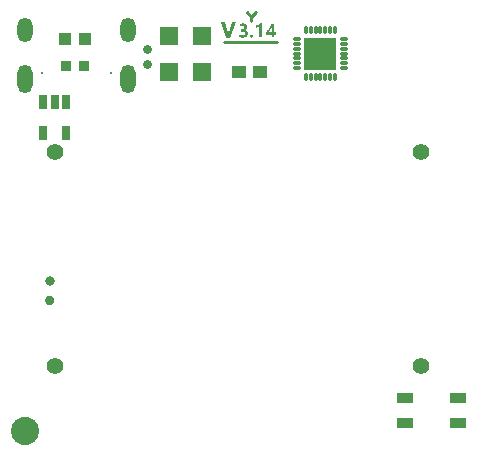
<source format=gts>
G04*
G04 #@! TF.GenerationSoftware,Altium Limited,Altium Designer,21.2.1 (34)*
G04*
G04 Layer_Color=8388736*
%FSLAX25Y25*%
%MOIN*%
G70*
G04*
G04 #@! TF.SameCoordinates,2553E21A-E740-48D2-A68A-D9BBB884D7A6*
G04*
G04*
G04 #@! TF.FilePolarity,Negative*
G04*
G01*
G75*
%ADD11C,0.01000*%
%ADD26C,0.03000*%
%ADD27C,0.01600*%
%ADD28O,0.01260X0.03200*%
%ADD29O,0.03200X0.01260*%
%ADD30R,0.11030X0.11030*%
%ADD31R,0.06312X0.05918*%
%ADD32R,0.03950X0.04147*%
%ADD33R,0.04600X0.04300*%
%ADD34R,0.02965X0.04737*%
%ADD35R,0.03580X0.03800*%
%ADD36R,0.05800X0.03556*%
%ADD37C,0.00800*%
%ADD38O,0.05120X0.09460*%
%ADD39O,0.05120X0.08270*%
%ADD40C,0.05600*%
%ADD41C,0.09400*%
%ADD42C,0.03300*%
G36*
X395391Y336721D02*
X395443D01*
X395510Y336714D01*
X395658Y336692D01*
X395828Y336655D01*
X395998Y336603D01*
X396176Y336529D01*
X396338Y336425D01*
X396346D01*
X396353Y336410D01*
X396405Y336373D01*
X396464Y336307D01*
X396546Y336211D01*
X396620Y336092D01*
X396679Y335952D01*
X396731Y335789D01*
X396738Y335693D01*
X396745Y335596D01*
Y335589D01*
Y335559D01*
X396738Y335515D01*
X396731Y335448D01*
X396716Y335382D01*
X396701Y335300D01*
X396671Y335212D01*
X396634Y335115D01*
X396583Y335019D01*
X396523Y334923D01*
X396449Y334827D01*
X396361Y334738D01*
X396257Y334657D01*
X396139Y334583D01*
X395998Y334516D01*
X395835Y334464D01*
Y334449D01*
X395857D01*
X395880Y334442D01*
X395917Y334435D01*
X395998Y334420D01*
X396109Y334390D01*
X396227Y334338D01*
X396353Y334279D01*
X396479Y334205D01*
X396597Y334102D01*
X396612Y334087D01*
X396642Y334050D01*
X396686Y333983D01*
X396745Y333902D01*
X396797Y333798D01*
X396842Y333672D01*
X396871Y333532D01*
X396886Y333376D01*
Y333369D01*
Y333347D01*
Y333317D01*
X396879Y333273D01*
X396871Y333214D01*
X396864Y333154D01*
X396827Y333006D01*
X396768Y332844D01*
X396731Y332762D01*
X396686Y332673D01*
X396627Y332592D01*
X396560Y332511D01*
X396486Y332437D01*
X396405Y332363D01*
X396398Y332355D01*
X396383Y332348D01*
X396353Y332333D01*
X396316Y332303D01*
X396272Y332281D01*
X396213Y332252D01*
X396146Y332215D01*
X396072Y332185D01*
X395983Y332148D01*
X395887Y332118D01*
X395783Y332081D01*
X395665Y332059D01*
X395547Y332037D01*
X395413Y332015D01*
X395280Y332007D01*
X395132Y332000D01*
X395066D01*
X395014Y332007D01*
X394955D01*
X394888Y332015D01*
X394814Y332022D01*
X394725Y332030D01*
X394548Y332052D01*
X394355Y332096D01*
X394170Y332148D01*
X394000Y332222D01*
Y333066D01*
X394007D01*
X394022Y333051D01*
X394044Y333036D01*
X394081Y333014D01*
X394126Y332984D01*
X394178Y332955D01*
X394237Y332925D01*
X394303Y332895D01*
X394459Y332836D01*
X394644Y332777D01*
X394844Y332740D01*
X394955Y332733D01*
X395066Y332725D01*
X395132D01*
X395199Y332733D01*
X395288Y332747D01*
X395391Y332770D01*
X395487Y332799D01*
X395591Y332836D01*
X395680Y332895D01*
X395687Y332903D01*
X395717Y332925D01*
X395754Y332969D01*
X395798Y333021D01*
X395835Y333088D01*
X395872Y333177D01*
X395902Y333273D01*
X395909Y333384D01*
Y333391D01*
Y333399D01*
X395902Y333436D01*
X395894Y333495D01*
X395872Y333569D01*
X395843Y333650D01*
X395791Y333732D01*
X395724Y333813D01*
X395635Y333880D01*
X395621Y333887D01*
X395584Y333909D01*
X395524Y333931D01*
X395443Y333968D01*
X395332Y333998D01*
X395206Y334020D01*
X395051Y334042D01*
X394881Y334050D01*
X394474D01*
Y334790D01*
X394888D01*
X394932Y334797D01*
X394992D01*
X395066Y334812D01*
X395140Y334819D01*
X395310Y334864D01*
X395399Y334901D01*
X395480Y334938D01*
X395554Y334990D01*
X395628Y335049D01*
X395687Y335123D01*
X395732Y335204D01*
X395761Y335293D01*
X395769Y335404D01*
Y335411D01*
Y335426D01*
X395761Y335456D01*
Y335500D01*
X395732Y335589D01*
X395709Y335648D01*
X395680Y335700D01*
X395643Y335752D01*
X395598Y335811D01*
X395539Y335855D01*
X395473Y335907D01*
X395391Y335944D01*
X395295Y335974D01*
X395191Y335989D01*
X395066Y335996D01*
X395021D01*
X394984Y335989D01*
X394947D01*
X394895Y335981D01*
X394777Y335959D01*
X394644Y335922D01*
X394488Y335870D01*
X394333Y335796D01*
X394170Y335693D01*
Y336477D01*
X394178D01*
X394192Y336484D01*
X394222Y336499D01*
X394252Y336514D01*
X394296Y336536D01*
X394355Y336558D01*
X394414Y336581D01*
X394488Y336603D01*
X394562Y336625D01*
X394651Y336647D01*
X394836Y336692D01*
X395051Y336721D01*
X395280Y336729D01*
X395347D01*
X395391Y336721D01*
D02*
G37*
G36*
X405736Y333739D02*
X406380D01*
Y333043D01*
X405736D01*
Y332074D01*
X404863D01*
Y333043D01*
X402821D01*
Y333746D01*
X402828Y333754D01*
X402850Y333776D01*
X402880Y333820D01*
X402932Y333872D01*
X402984Y333939D01*
X403050Y334013D01*
X403124Y334102D01*
X403206Y334198D01*
X403294Y334309D01*
X403391Y334427D01*
X403487Y334553D01*
X403590Y334679D01*
X403805Y334960D01*
X404012Y335249D01*
X404020Y335256D01*
X404034Y335286D01*
X404064Y335323D01*
X404101Y335382D01*
X404153Y335448D01*
X404205Y335530D01*
X404264Y335619D01*
X404323Y335722D01*
X404464Y335937D01*
X404597Y336174D01*
X404730Y336410D01*
X404848Y336647D01*
X405736D01*
Y333739D01*
D02*
G37*
G36*
X401563Y332074D02*
X400601D01*
Y335670D01*
X400593Y335663D01*
X400571Y335648D01*
X400527Y335619D01*
X400475Y335582D01*
X400401Y335537D01*
X400320Y335493D01*
X400223Y335448D01*
X400112Y335397D01*
X400098Y335389D01*
X400061Y335374D01*
X400001Y335352D01*
X399927Y335330D01*
X399839Y335300D01*
X399750Y335278D01*
X399646Y335256D01*
X399550Y335241D01*
Y336063D01*
X399557D01*
X399587Y336077D01*
X399631Y336085D01*
X399683Y336107D01*
X399757Y336129D01*
X399839Y336159D01*
X399927Y336196D01*
X400031Y336240D01*
X400246Y336336D01*
X400482Y336455D01*
X400719Y336595D01*
X400949Y336751D01*
X401563D01*
Y332074D01*
D02*
G37*
G36*
X398211Y332999D02*
X398262Y332992D01*
X398329Y332969D01*
X398388Y332947D01*
X398455Y332910D01*
X398521Y332858D01*
X398529Y332851D01*
X398544Y332836D01*
X398573Y332799D01*
X398603Y332762D01*
X398632Y332710D01*
X398662Y332644D01*
X398677Y332577D01*
X398684Y332496D01*
Y332488D01*
Y332459D01*
X398677Y332422D01*
X398662Y332370D01*
X398647Y332311D01*
X398618Y332252D01*
X398573Y332192D01*
X398521Y332133D01*
X398514Y332126D01*
X398492Y332111D01*
X398455Y332089D01*
X398410Y332067D01*
X398351Y332044D01*
X398285Y332022D01*
X398203Y332007D01*
X398114Y332000D01*
X398077D01*
X398033Y332007D01*
X397981Y332015D01*
X397915Y332037D01*
X397848Y332059D01*
X397781Y332096D01*
X397715Y332141D01*
X397707Y332148D01*
X397693Y332163D01*
X397663Y332200D01*
X397633Y332237D01*
X397604Y332289D01*
X397574Y332348D01*
X397559Y332422D01*
X397552Y332496D01*
Y332503D01*
Y332533D01*
X397559Y332577D01*
X397574Y332622D01*
X397596Y332681D01*
X397626Y332740D01*
X397663Y332799D01*
X397722Y332858D01*
X397730Y332866D01*
X397752Y332881D01*
X397789Y332903D01*
X397841Y332932D01*
X397900Y332962D01*
X397966Y332984D01*
X398040Y332999D01*
X398129Y333006D01*
X398166D01*
X398211Y332999D01*
D02*
G37*
G36*
X391007Y332000D02*
X389766D01*
X388000Y337148D01*
X389183D01*
X390299Y333508D01*
Y333499D01*
X390316Y333458D01*
X390324Y333408D01*
X390341Y333341D01*
X390357Y333266D01*
X390374Y333174D01*
X390399Y333000D01*
X390424D01*
Y333008D01*
X390432Y333041D01*
X390441Y333091D01*
X390449Y333158D01*
X390466Y333233D01*
X390482Y333316D01*
X390532Y333516D01*
X391649Y337148D01*
X392798D01*
X391007Y332000D01*
D02*
G37*
%LPC*%
G36*
X404863Y335419D02*
X404856Y335404D01*
X404841Y335374D01*
X404804Y335315D01*
X404760Y335241D01*
X404700Y335145D01*
X404634Y335034D01*
X404552Y334908D01*
X404456Y334775D01*
Y334768D01*
X404441Y334760D01*
X404427Y334738D01*
X404404Y334708D01*
X404382Y334664D01*
X404345Y334620D01*
X404301Y334568D01*
X404256Y334501D01*
X404205Y334435D01*
X404145Y334353D01*
X404079Y334272D01*
X404012Y334176D01*
X403849Y333976D01*
X403664Y333739D01*
X404863D01*
Y335419D01*
D02*
G37*
%LPD*%
D11*
X331924Y244378D02*
G03*
X331924Y244378I-1102J0D01*
G01*
X398000Y339000D02*
X399500Y340500D01*
X396500D02*
X398000Y339000D01*
Y337500D02*
Y339000D01*
X388800Y330500D02*
X406500D01*
D26*
X363355Y323255D02*
X363382Y323282D01*
X363284Y328252D02*
X363312Y328280D01*
D27*
X330808Y244365D02*
X330836Y244392D01*
D28*
X425820Y334610D02*
D03*
X425820Y318790D02*
D03*
X424250D02*
D03*
Y334610D02*
D03*
X422670Y318790D02*
D03*
Y334610D02*
D03*
X421100Y318790D02*
D03*
X421100Y334610D02*
D03*
X419520Y318790D02*
D03*
Y334610D02*
D03*
X417950Y318790D02*
D03*
Y334610D02*
D03*
X416380Y318790D02*
D03*
Y334610D02*
D03*
D29*
X429010Y321980D02*
D03*
Y323550D02*
D03*
Y325130D02*
D03*
Y326700D02*
D03*
Y328280D02*
D03*
Y329850D02*
D03*
Y331420D02*
D03*
X413190D02*
D03*
X413190Y329850D02*
D03*
X413190Y328280D02*
D03*
Y326700D02*
D03*
Y325130D02*
D03*
X413190Y323550D02*
D03*
X413190Y321980D02*
D03*
D30*
X421100Y326700D02*
D03*
D31*
X370488Y320500D02*
D03*
X381512D02*
D03*
X370488Y332702D02*
D03*
X381512D02*
D03*
D32*
X336025Y331672D02*
D03*
X342573D02*
D03*
D33*
X401000Y320500D02*
D03*
X394100D02*
D03*
D34*
X336240Y310618D02*
D03*
X332500D02*
D03*
X328760D02*
D03*
Y300382D02*
D03*
X336240D02*
D03*
D35*
X336329Y322501D02*
D03*
X342269D02*
D03*
D36*
X449283Y203500D02*
D03*
X467000Y203500D02*
D03*
X467000Y211965D02*
D03*
X449284Y211965D02*
D03*
D37*
X351157Y320363D02*
D03*
X328401D02*
D03*
D38*
X322768Y318276D02*
D03*
X356788D02*
D03*
D39*
Y334606D02*
D03*
X322768D02*
D03*
D40*
X332610Y293788D02*
D03*
Y222528D02*
D03*
X454658Y293788D02*
D03*
Y222528D02*
D03*
D41*
X322768Y200874D02*
D03*
D42*
X330821Y250821D02*
D03*
M02*

</source>
